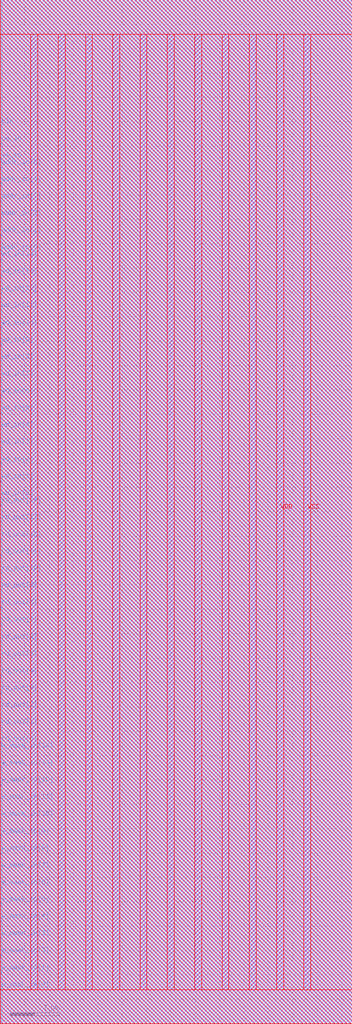
<source format=lef>
VERSION 5.7 ;
BUSBITCHARS "[]" ;
MACRO fakeram45_64x15
  FOREIGN fakeram45_64x15 0 0 ;
  SYMMETRY X Y R90 ;
  SIZE 14.440 BY 42.000 ;
  CLASS BLOCK ;
  PIN w_mask_in[0]
    DIRECTION INPUT ;
    USE SIGNAL ;
    SHAPE ABUTMENT ;
    PORT
      LAYER metal3 ;
      RECT 0.000 1.365 0.070 1.435 ;
    END
  END w_mask_in[0]
  PIN w_mask_in[1]
    DIRECTION INPUT ;
    USE SIGNAL ;
    SHAPE ABUTMENT ;
    PORT
      LAYER metal3 ;
      RECT 0.000 2.065 0.070 2.135 ;
    END
  END w_mask_in[1]
  PIN w_mask_in[2]
    DIRECTION INPUT ;
    USE SIGNAL ;
    SHAPE ABUTMENT ;
    PORT
      LAYER metal3 ;
      RECT 0.000 2.765 0.070 2.835 ;
    END
  END w_mask_in[2]
  PIN w_mask_in[3]
    DIRECTION INPUT ;
    USE SIGNAL ;
    SHAPE ABUTMENT ;
    PORT
      LAYER metal3 ;
      RECT 0.000 3.465 0.070 3.535 ;
    END
  END w_mask_in[3]
  PIN w_mask_in[4]
    DIRECTION INPUT ;
    USE SIGNAL ;
    SHAPE ABUTMENT ;
    PORT
      LAYER metal3 ;
      RECT 0.000 4.165 0.070 4.235 ;
    END
  END w_mask_in[4]
  PIN w_mask_in[5]
    DIRECTION INPUT ;
    USE SIGNAL ;
    SHAPE ABUTMENT ;
    PORT
      LAYER metal3 ;
      RECT 0.000 4.865 0.070 4.935 ;
    END
  END w_mask_in[5]
  PIN w_mask_in[6]
    DIRECTION INPUT ;
    USE SIGNAL ;
    SHAPE ABUTMENT ;
    PORT
      LAYER metal3 ;
      RECT 0.000 5.565 0.070 5.635 ;
    END
  END w_mask_in[6]
  PIN w_mask_in[7]
    DIRECTION INPUT ;
    USE SIGNAL ;
    SHAPE ABUTMENT ;
    PORT
      LAYER metal3 ;
      RECT 0.000 6.265 0.070 6.335 ;
    END
  END w_mask_in[7]
  PIN w_mask_in[8]
    DIRECTION INPUT ;
    USE SIGNAL ;
    SHAPE ABUTMENT ;
    PORT
      LAYER metal3 ;
      RECT 0.000 6.965 0.070 7.035 ;
    END
  END w_mask_in[8]
  PIN w_mask_in[9]
    DIRECTION INPUT ;
    USE SIGNAL ;
    SHAPE ABUTMENT ;
    PORT
      LAYER metal3 ;
      RECT 0.000 7.665 0.070 7.735 ;
    END
  END w_mask_in[9]
  PIN w_mask_in[10]
    DIRECTION INPUT ;
    USE SIGNAL ;
    SHAPE ABUTMENT ;
    PORT
      LAYER metal3 ;
      RECT 0.000 8.365 0.070 8.435 ;
    END
  END w_mask_in[10]
  PIN w_mask_in[11]
    DIRECTION INPUT ;
    USE SIGNAL ;
    SHAPE ABUTMENT ;
    PORT
      LAYER metal3 ;
      RECT 0.000 9.065 0.070 9.135 ;
    END
  END w_mask_in[11]
  PIN w_mask_in[12]
    DIRECTION INPUT ;
    USE SIGNAL ;
    SHAPE ABUTMENT ;
    PORT
      LAYER metal3 ;
      RECT 0.000 9.765 0.070 9.835 ;
    END
  END w_mask_in[12]
  PIN w_mask_in[13]
    DIRECTION INPUT ;
    USE SIGNAL ;
    SHAPE ABUTMENT ;
    PORT
      LAYER metal3 ;
      RECT 0.000 10.465 0.070 10.535 ;
    END
  END w_mask_in[13]
  PIN w_mask_in[14]
    DIRECTION INPUT ;
    USE SIGNAL ;
    SHAPE ABUTMENT ;
    PORT
      LAYER metal3 ;
      RECT 0.000 11.165 0.070 11.235 ;
    END
  END w_mask_in[14]
  PIN rd_out[0]
    DIRECTION OUTPUT ;
    USE SIGNAL ;
    SHAPE ABUTMENT ;
    PORT
      LAYER metal3 ;
      RECT 0.000 11.445 0.070 11.515 ;
    END
  END rd_out[0]
  PIN rd_out[1]
    DIRECTION OUTPUT ;
    USE SIGNAL ;
    SHAPE ABUTMENT ;
    PORT
      LAYER metal3 ;
      RECT 0.000 12.145 0.070 12.215 ;
    END
  END rd_out[1]
  PIN rd_out[2]
    DIRECTION OUTPUT ;
    USE SIGNAL ;
    SHAPE ABUTMENT ;
    PORT
      LAYER metal3 ;
      RECT 0.000 12.845 0.070 12.915 ;
    END
  END rd_out[2]
  PIN rd_out[3]
    DIRECTION OUTPUT ;
    USE SIGNAL ;
    SHAPE ABUTMENT ;
    PORT
      LAYER metal3 ;
      RECT 0.000 13.545 0.070 13.615 ;
    END
  END rd_out[3]
  PIN rd_out[4]
    DIRECTION OUTPUT ;
    USE SIGNAL ;
    SHAPE ABUTMENT ;
    PORT
      LAYER metal3 ;
      RECT 0.000 14.245 0.070 14.315 ;
    END
  END rd_out[4]
  PIN rd_out[5]
    DIRECTION OUTPUT ;
    USE SIGNAL ;
    SHAPE ABUTMENT ;
    PORT
      LAYER metal3 ;
      RECT 0.000 14.945 0.070 15.015 ;
    END
  END rd_out[5]
  PIN rd_out[6]
    DIRECTION OUTPUT ;
    USE SIGNAL ;
    SHAPE ABUTMENT ;
    PORT
      LAYER metal3 ;
      RECT 0.000 15.645 0.070 15.715 ;
    END
  END rd_out[6]
  PIN rd_out[7]
    DIRECTION OUTPUT ;
    USE SIGNAL ;
    SHAPE ABUTMENT ;
    PORT
      LAYER metal3 ;
      RECT 0.000 16.345 0.070 16.415 ;
    END
  END rd_out[7]
  PIN rd_out[8]
    DIRECTION OUTPUT ;
    USE SIGNAL ;
    SHAPE ABUTMENT ;
    PORT
      LAYER metal3 ;
      RECT 0.000 17.045 0.070 17.115 ;
    END
  END rd_out[8]
  PIN rd_out[9]
    DIRECTION OUTPUT ;
    USE SIGNAL ;
    SHAPE ABUTMENT ;
    PORT
      LAYER metal3 ;
      RECT 0.000 17.745 0.070 17.815 ;
    END
  END rd_out[9]
  PIN rd_out[10]
    DIRECTION OUTPUT ;
    USE SIGNAL ;
    SHAPE ABUTMENT ;
    PORT
      LAYER metal3 ;
      RECT 0.000 18.445 0.070 18.515 ;
    END
  END rd_out[10]
  PIN rd_out[11]
    DIRECTION OUTPUT ;
    USE SIGNAL ;
    SHAPE ABUTMENT ;
    PORT
      LAYER metal3 ;
      RECT 0.000 19.145 0.070 19.215 ;
    END
  END rd_out[11]
  PIN rd_out[12]
    DIRECTION OUTPUT ;
    USE SIGNAL ;
    SHAPE ABUTMENT ;
    PORT
      LAYER metal3 ;
      RECT 0.000 19.845 0.070 19.915 ;
    END
  END rd_out[12]
  PIN rd_out[13]
    DIRECTION OUTPUT ;
    USE SIGNAL ;
    SHAPE ABUTMENT ;
    PORT
      LAYER metal3 ;
      RECT 0.000 20.545 0.070 20.615 ;
    END
  END rd_out[13]
  PIN rd_out[14]
    DIRECTION OUTPUT ;
    USE SIGNAL ;
    SHAPE ABUTMENT ;
    PORT
      LAYER metal3 ;
      RECT 0.000 21.245 0.070 21.315 ;
    END
  END rd_out[14]
  PIN wd_in[0]
    DIRECTION INPUT ;
    USE SIGNAL ;
    SHAPE ABUTMENT ;
    PORT
      LAYER metal3 ;
      RECT 0.000 21.525 0.070 21.595 ;
    END
  END wd_in[0]
  PIN wd_in[1]
    DIRECTION INPUT ;
    USE SIGNAL ;
    SHAPE ABUTMENT ;
    PORT
      LAYER metal3 ;
      RECT 0.000 22.225 0.070 22.295 ;
    END
  END wd_in[1]
  PIN wd_in[2]
    DIRECTION INPUT ;
    USE SIGNAL ;
    SHAPE ABUTMENT ;
    PORT
      LAYER metal3 ;
      RECT 0.000 22.925 0.070 22.995 ;
    END
  END wd_in[2]
  PIN wd_in[3]
    DIRECTION INPUT ;
    USE SIGNAL ;
    SHAPE ABUTMENT ;
    PORT
      LAYER metal3 ;
      RECT 0.000 23.625 0.070 23.695 ;
    END
  END wd_in[3]
  PIN wd_in[4]
    DIRECTION INPUT ;
    USE SIGNAL ;
    SHAPE ABUTMENT ;
    PORT
      LAYER metal3 ;
      RECT 0.000 24.325 0.070 24.395 ;
    END
  END wd_in[4]
  PIN wd_in[5]
    DIRECTION INPUT ;
    USE SIGNAL ;
    SHAPE ABUTMENT ;
    PORT
      LAYER metal3 ;
      RECT 0.000 25.025 0.070 25.095 ;
    END
  END wd_in[5]
  PIN wd_in[6]
    DIRECTION INPUT ;
    USE SIGNAL ;
    SHAPE ABUTMENT ;
    PORT
      LAYER metal3 ;
      RECT 0.000 25.725 0.070 25.795 ;
    END
  END wd_in[6]
  PIN wd_in[7]
    DIRECTION INPUT ;
    USE SIGNAL ;
    SHAPE ABUTMENT ;
    PORT
      LAYER metal3 ;
      RECT 0.000 26.425 0.070 26.495 ;
    END
  END wd_in[7]
  PIN wd_in[8]
    DIRECTION INPUT ;
    USE SIGNAL ;
    SHAPE ABUTMENT ;
    PORT
      LAYER metal3 ;
      RECT 0.000 27.125 0.070 27.195 ;
    END
  END wd_in[8]
  PIN wd_in[9]
    DIRECTION INPUT ;
    USE SIGNAL ;
    SHAPE ABUTMENT ;
    PORT
      LAYER metal3 ;
      RECT 0.000 27.825 0.070 27.895 ;
    END
  END wd_in[9]
  PIN wd_in[10]
    DIRECTION INPUT ;
    USE SIGNAL ;
    SHAPE ABUTMENT ;
    PORT
      LAYER metal3 ;
      RECT 0.000 28.525 0.070 28.595 ;
    END
  END wd_in[10]
  PIN wd_in[11]
    DIRECTION INPUT ;
    USE SIGNAL ;
    SHAPE ABUTMENT ;
    PORT
      LAYER metal3 ;
      RECT 0.000 29.225 0.070 29.295 ;
    END
  END wd_in[11]
  PIN wd_in[12]
    DIRECTION INPUT ;
    USE SIGNAL ;
    SHAPE ABUTMENT ;
    PORT
      LAYER metal3 ;
      RECT 0.000 29.925 0.070 29.995 ;
    END
  END wd_in[12]
  PIN wd_in[13]
    DIRECTION INPUT ;
    USE SIGNAL ;
    SHAPE ABUTMENT ;
    PORT
      LAYER metal3 ;
      RECT 0.000 30.625 0.070 30.695 ;
    END
  END wd_in[13]
  PIN wd_in[14]
    DIRECTION INPUT ;
    USE SIGNAL ;
    SHAPE ABUTMENT ;
    PORT
      LAYER metal3 ;
      RECT 0.000 31.325 0.070 31.395 ;
    END
  END wd_in[14]
  PIN addr_in[0]
    DIRECTION INPUT ;
    USE SIGNAL ;
    SHAPE ABUTMENT ;
    PORT
      LAYER metal3 ;
      RECT 0.000 31.605 0.070 31.675 ;
    END
  END addr_in[0]
  PIN addr_in[1]
    DIRECTION INPUT ;
    USE SIGNAL ;
    SHAPE ABUTMENT ;
    PORT
      LAYER metal3 ;
      RECT 0.000 32.305 0.070 32.375 ;
    END
  END addr_in[1]
  PIN addr_in[2]
    DIRECTION INPUT ;
    USE SIGNAL ;
    SHAPE ABUTMENT ;
    PORT
      LAYER metal3 ;
      RECT 0.000 33.005 0.070 33.075 ;
    END
  END addr_in[2]
  PIN addr_in[3]
    DIRECTION INPUT ;
    USE SIGNAL ;
    SHAPE ABUTMENT ;
    PORT
      LAYER metal3 ;
      RECT 0.000 33.705 0.070 33.775 ;
    END
  END addr_in[3]
  PIN addr_in[4]
    DIRECTION INPUT ;
    USE SIGNAL ;
    SHAPE ABUTMENT ;
    PORT
      LAYER metal3 ;
      RECT 0.000 34.405 0.070 34.475 ;
    END
  END addr_in[4]
  PIN addr_in[5]
    DIRECTION INPUT ;
    USE SIGNAL ;
    SHAPE ABUTMENT ;
    PORT
      LAYER metal3 ;
      RECT 0.000 35.105 0.070 35.175 ;
    END
  END addr_in[5]
  PIN we_in
    DIRECTION INPUT ;
    USE SIGNAL ;
    SHAPE ABUTMENT ;
    PORT
      LAYER metal3 ;
      RECT 0.000 35.385 0.070 35.455 ;
    END
  END we_in
  PIN ce_in
    DIRECTION INPUT ;
    USE SIGNAL ;
    SHAPE ABUTMENT ;
    PORT
      LAYER metal3 ;
      RECT 0.000 36.085 0.070 36.155 ;
    END
  END ce_in
  PIN clk
    DIRECTION INPUT ;
    USE SIGNAL ;
    SHAPE ABUTMENT ;
    PORT
      LAYER metal3 ;
      RECT 0.000 36.785 0.070 36.855 ;
    END
  END clk
  PIN VSS
    DIRECTION INOUT ;
    USE GROUND ;
    PORT
      LAYER metal4 ;
      RECT 1.260 1.400 1.540 40.600 ;
      RECT 3.500 1.400 3.780 40.600 ;
      RECT 5.740 1.400 6.020 40.600 ;
      RECT 7.980 1.400 8.260 40.600 ;
      RECT 10.220 1.400 10.500 40.600 ;
      RECT 12.460 1.400 12.740 40.600 ;
    END
  END VSS
  PIN VDD
    DIRECTION INOUT ;
    USE POWER ;
    PORT
      LAYER metal4 ;
      RECT 2.380 1.400 2.660 40.600 ;
      RECT 4.620 1.400 4.900 40.600 ;
      RECT 6.860 1.400 7.140 40.600 ;
      RECT 9.100 1.400 9.380 40.600 ;
      RECT 11.340 1.400 11.620 40.600 ;
    END
  END VDD
  OBS
    LAYER metal1 ;
    RECT 0 0 14.440 42.000 ;
    LAYER metal2 ;
    RECT 0 0 14.440 42.000 ;
    LAYER metal3 ;
    RECT 0.070 0 14.440 42.000 ;
    RECT 0 0.000 0.070 1.365 ;
    RECT 0 1.435 0.070 2.065 ;
    RECT 0 2.135 0.070 2.765 ;
    RECT 0 2.835 0.070 3.465 ;
    RECT 0 3.535 0.070 4.165 ;
    RECT 0 4.235 0.070 4.865 ;
    RECT 0 4.935 0.070 5.565 ;
    RECT 0 5.635 0.070 6.265 ;
    RECT 0 6.335 0.070 6.965 ;
    RECT 0 7.035 0.070 7.665 ;
    RECT 0 7.735 0.070 8.365 ;
    RECT 0 8.435 0.070 9.065 ;
    RECT 0 9.135 0.070 9.765 ;
    RECT 0 9.835 0.070 10.465 ;
    RECT 0 10.535 0.070 11.165 ;
    RECT 0 11.235 0.070 11.445 ;
    RECT 0 11.515 0.070 12.145 ;
    RECT 0 12.215 0.070 12.845 ;
    RECT 0 12.915 0.070 13.545 ;
    RECT 0 13.615 0.070 14.245 ;
    RECT 0 14.315 0.070 14.945 ;
    RECT 0 15.015 0.070 15.645 ;
    RECT 0 15.715 0.070 16.345 ;
    RECT 0 16.415 0.070 17.045 ;
    RECT 0 17.115 0.070 17.745 ;
    RECT 0 17.815 0.070 18.445 ;
    RECT 0 18.515 0.070 19.145 ;
    RECT 0 19.215 0.070 19.845 ;
    RECT 0 19.915 0.070 20.545 ;
    RECT 0 20.615 0.070 21.245 ;
    RECT 0 21.315 0.070 21.525 ;
    RECT 0 21.595 0.070 22.225 ;
    RECT 0 22.295 0.070 22.925 ;
    RECT 0 22.995 0.070 23.625 ;
    RECT 0 23.695 0.070 24.325 ;
    RECT 0 24.395 0.070 25.025 ;
    RECT 0 25.095 0.070 25.725 ;
    RECT 0 25.795 0.070 26.425 ;
    RECT 0 26.495 0.070 27.125 ;
    RECT 0 27.195 0.070 27.825 ;
    RECT 0 27.895 0.070 28.525 ;
    RECT 0 28.595 0.070 29.225 ;
    RECT 0 29.295 0.070 29.925 ;
    RECT 0 29.995 0.070 30.625 ;
    RECT 0 30.695 0.070 31.325 ;
    RECT 0 31.395 0.070 31.605 ;
    RECT 0 31.675 0.070 32.305 ;
    RECT 0 32.375 0.070 33.005 ;
    RECT 0 33.075 0.070 33.705 ;
    RECT 0 33.775 0.070 34.405 ;
    RECT 0 34.475 0.070 35.105 ;
    RECT 0 35.175 0.070 35.385 ;
    RECT 0 35.455 0.070 36.085 ;
    RECT 0 36.155 0.070 36.785 ;
    RECT 0 36.855 0.070 42.000 ;
    LAYER metal4 ;
    RECT 0 0 14.440 1.400 ;
    RECT 0 40.600 14.440 42.000 ;
    RECT 0.000 1.400 1.260 40.600 ;
    RECT 1.540 1.400 2.380 40.600 ;
    RECT 2.660 1.400 3.500 40.600 ;
    RECT 3.780 1.400 4.620 40.600 ;
    RECT 4.900 1.400 5.740 40.600 ;
    RECT 6.020 1.400 6.860 40.600 ;
    RECT 7.140 1.400 7.980 40.600 ;
    RECT 8.260 1.400 9.100 40.600 ;
    RECT 9.380 1.400 10.220 40.600 ;
    RECT 10.500 1.400 11.340 40.600 ;
    RECT 11.620 1.400 12.460 40.600 ;
    RECT 12.740 1.400 14.440 40.600 ;
    LAYER OVERLAP ;
    RECT 0 0 14.440 42.000 ;
  END
END fakeram45_64x15

END LIBRARY

</source>
